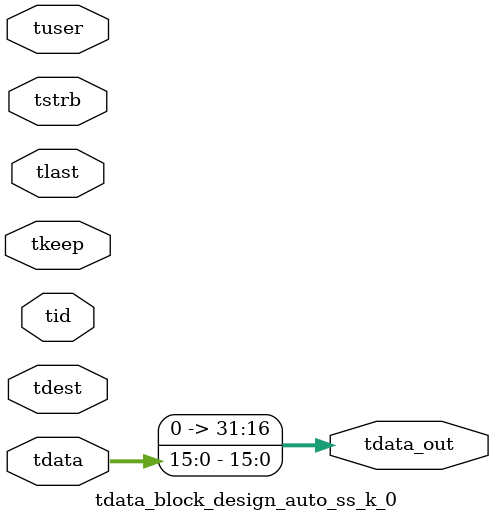
<source format=v>


`timescale 1ps/1ps

module tdata_block_design_auto_ss_k_0 #
(
parameter C_S_AXIS_TDATA_WIDTH = 32,
parameter C_S_AXIS_TUSER_WIDTH = 0,
parameter C_S_AXIS_TID_WIDTH   = 0,
parameter C_S_AXIS_TDEST_WIDTH = 0,
parameter C_M_AXIS_TDATA_WIDTH = 32
)
(
input  [(C_S_AXIS_TDATA_WIDTH == 0 ? 1 : C_S_AXIS_TDATA_WIDTH)-1:0     ] tdata,
input  [(C_S_AXIS_TUSER_WIDTH == 0 ? 1 : C_S_AXIS_TUSER_WIDTH)-1:0     ] tuser,
input  [(C_S_AXIS_TID_WIDTH   == 0 ? 1 : C_S_AXIS_TID_WIDTH)-1:0       ] tid,
input  [(C_S_AXIS_TDEST_WIDTH == 0 ? 1 : C_S_AXIS_TDEST_WIDTH)-1:0     ] tdest,
input  [(C_S_AXIS_TDATA_WIDTH/8)-1:0 ] tkeep,
input  [(C_S_AXIS_TDATA_WIDTH/8)-1:0 ] tstrb,
input                                                                    tlast,
output [C_M_AXIS_TDATA_WIDTH-1:0] tdata_out
);

assign tdata_out = {tdata[15:0]};

endmodule


</source>
